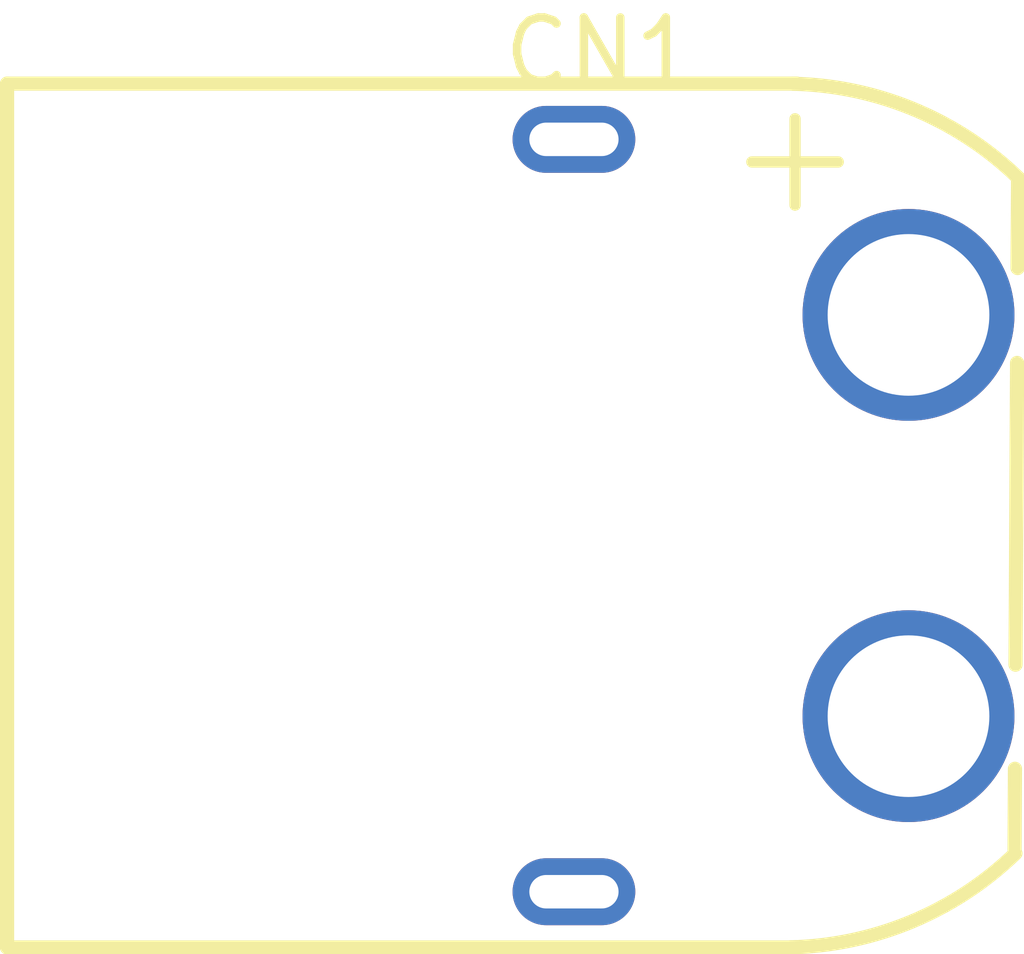
<source format=kicad_pcb>
(kicad_pcb (version 20171130) (host pcbnew "(5.1.5)-3") (page "A4") (layers (0 "F.Cu" signal) (31 "B.Cu" signal) (32 "B.Adhes" user) (33 "F.Adhes" user) (34 "B.Paste" user) (35 "F.Paste" user) (36 "B.SilkS" user) (37 "F.SilkS" user) (38 "B.Mask" user) (39 "F.Mask" user) (40 "Dwgs.User" user) (41 "Cmts.User" user) (42 "Eco1.User" user) (43 "Eco2.User" user) (44 "Edge.Cuts" user) (45 "Margin" user) (46 "B.CrtYd" user) (47 "F.CrtYd" user) (48 "B.Fab" user hide) (49 "F.Fab" user hide)) (net 0 "") (module "easyeda:CONN-TH_XT60PW-M" (layer "F.Cu") (at 12.7 12.7) (fp_text value "CONN-TH_XT60PW-M" (at -4.337 -10.093 0) (layer "F.Fab") hide (effects (font (size 1.143 1.143) (thickness 0.152)) (justify left))) (fp_text reference "CN1" (at -4.337 -8.315 0) (layer "F.SilkS") (effects (font (size 1.143 1.143) (thickness 0.152)) (justify left))) (fp_poly (pts (xy -9.144 -2.54) (xy -9.144 2.54) (xy -11.684 0)) (layer "Cmts.User") (width 0)) (fp_poly (pts (xy -0.254 -6.731) (xy 0 -6.731) (xy 0 -5.969) (xy 0.762 -5.969) (xy 0.762 -5.715) (xy 0 -5.715) (xy 0 -4.953) (xy -0.254 -4.953) (xy -0.254 -5.715) (xy -1.016 -5.715) (xy -1.016 -5.969) (xy -0.254 -5.969)) (layer "Cmts.User") (width 0)) (fp_poly (pts (xy -0.381 4.318) (xy -0.127 4.318) (xy -0.127 6.35) (xy -0.381 6.35)) (layer "Cmts.User") (width 0)) (fp_line (start -13.166 7.75) (end 1 7.75) (width 0.254) (layer "F.SilkS")) (fp_line (start -13.166 -7.75) (end 1 -7.75) (width 0.254) (layer "F.SilkS")) (fp_line (start -13.166 7.75) (end -13.166 -7.75) (width 0.254) (layer "F.SilkS")) (fp_line (start 4.909 4.544) (end 4.902 5.994) (width 0.254) (layer "F.SilkS")) (fp_line (start 4.947 -2.738) (end 4.919 2.676) (width 0.254) (layer "F.SilkS")) (fp_line (start 4.965 -6.062) (end 4.956 -4.441) (width 0.254) (layer "F.SilkS")) (fp_arc (start 0.794 -1.749) (end 0.937 -7.747) (angle 42.675) (width 0.254) (layer "F.SilkS")) (fp_arc (start 0.746 1.749) (end 4.917 6.062) (angle 42.675) (width 0.254) (layer "F.SilkS")) (pad 4 thru_hole oval (at -3 6.75 90) (size 1.2 2.2) (layers "*.Cu" "*.Paste" "*.Mask") (drill oval 0.6 1.6)) (pad 3 thru_hole oval (at -3 -6.75 90) (size 1.2 2.2) (layers "*.Cu" "*.Paste" "*.Mask") (drill oval 0.6 1.6)) (pad 1 thru_hole circle (at 3 3.6 90) (size 3.8 3.8) (layers "*.Cu" "*.Paste" "*.Mask") (drill 2.9)) (pad 2 thru_hole circle (at 3 -3.6 90) (size 3.8 3.8) (layers "*.Cu" "*.Paste" "*.Mask") (drill 2.9)) (fp_text value "-" (at 0.556 6.096 90) (layer "F.SilkS") (effects (font (size 2.032 2.032) (thickness 0.203)) (justify left))) (fp_text value "+" (at 0.81 -4.953 90) (layer "F.SilkS") (effects (font (size 2.032 2.032) (thickness 0.203)) (justify left))) (fp_text user gge181 (at 0 0) (layer "Cmts.User") (effects (font (size 1 1) (thickness 0.15))))))
</source>
